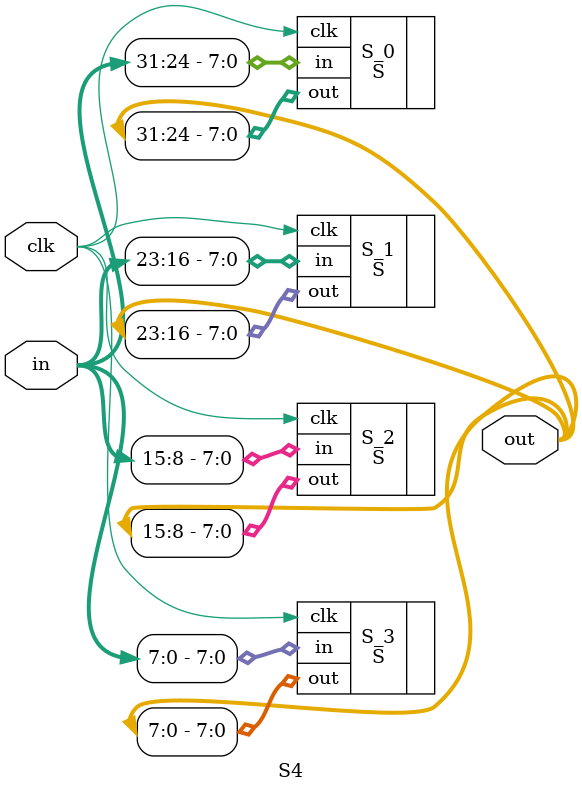
<source format=v>
module S4(clk, in, out);
  input clk;
  input [31:0] in;
  output [31:0] out;
  S S_0 (
    .clk(clk),
    .in(in[31:24]),
    .out(out[31:24])
  );
  S S_1 (
    .clk(clk),
    .in(in[23:16]),
    .out(out[23:16])
  );
  S S_2 (
    .clk(clk),
    .in(in[15:8]),
    .out(out[15:8])
  );
  S S_3 (
    .clk(clk),
    .in(in[7:0]),
    .out(out[7:0])
  );
endmodule

</source>
